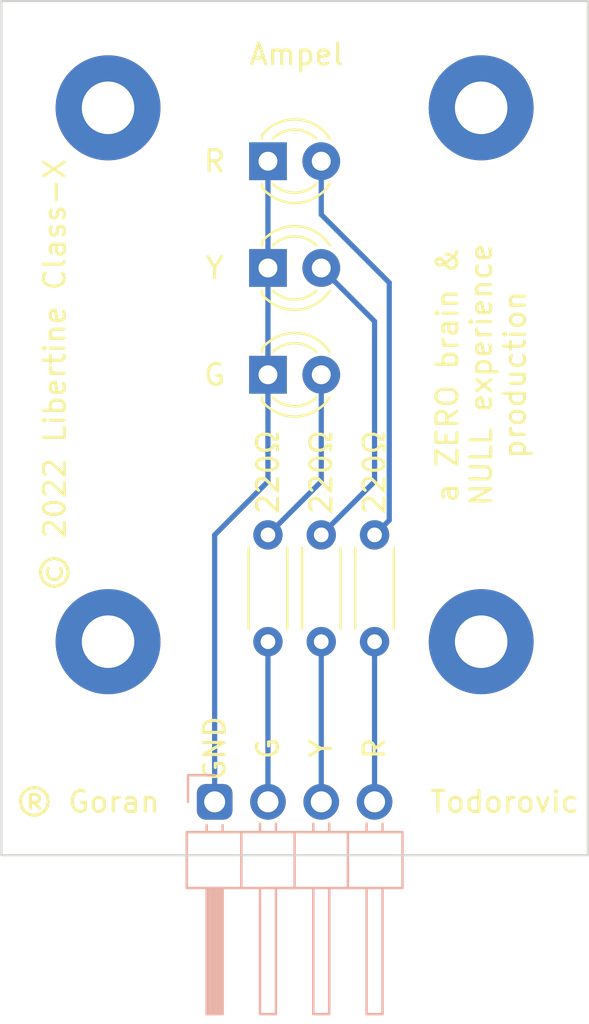
<source format=kicad_pcb>
(kicad_pcb (version 20211014) (generator pcbnew)
  (layers (0 "F.Cu" signal) (31 "B.Cu" signal) (34 "B.Paste" user) (35 "F.Paste" user) (36 "B.SilkS" user "B.Silkscreen") (37 "F.SilkS" user "F.Silkscreen") (38 "B.Mask" user) (39 "F.Mask" user) (44 "Edge.Cuts" user))
  (net 0 "")
  (net 1 "Net-(D1-Pad1)")
  (net 2 "Net-(D1-Pad2)")
  (net 3 "Net-(D2-Pad2)")
  (net 4 "Net-(D3-Pad2)")
  (net 5 "Net-(J1-Pad2)")
  (net 6 "Net-(J1-Pad3)")
  (net 7 "Net-(J1-Pad4)")
  (footprint "MountingHole:MountingHole_2.5mm_Pad" (layer "F.Cu") (at 149.86 83.82)
    (fp_text reference "H4" hide)
    (fp_text value "MountingHole")
    (pad "1" thru_hole circle (at 0 0) (size 5 5) (drill 2.5) (layers *.Cu *.Mask))
  )
  (footprint "Resistor_THT:R_Axial_DIN0204_L3.6mm_D1.6mm_P5.08mm_Horizontal" (layer "F.Cu") (at 139.7 83.82 90)
    (fp_text reference "220Ω" (at 10.16 0 90) (layer "F.SilkS") (effects (justify right)))
    (fp_text value "R" hide)
    (fp_line (start 0.62 -0.92) (end 4.46 -0.92) (layer "F.SilkS") (width 0.12))
    (fp_line (start 0.62 0.92) (end 4.46 0.92) (layer "F.SilkS") (width 0.12))
    (pad "1" thru_hole circle (at 0 0 90) (size 1.4 1.4) (drill 0.7) (layers *.Cu *.Mask) (net 5 "Net-(J1-Pad2)"))
    (pad "2" thru_hole oval (at 5.08 0 90) (size 1.4 1.4) (drill 0.7) (layers *.Cu *.Mask) (net 2 "Net-(D1-Pad2)"))
  )
  (footprint "Resistor_THT:R_Axial_DIN0204_L3.6mm_D1.6mm_P5.08mm_Horizontal" (layer "F.Cu") (at 142.24 83.82 90)
    (fp_text reference "220Ω" (at 10.16 0 90) (layer "F.SilkS") (effects (justify right)))
    (fp_text value "R" hide)
    (fp_line (start 0.62 0.92) (end 4.46 0.92) (layer "F.SilkS") (width 0.12))
    (fp_line (start 0.62 -0.92) (end 4.46 -0.92) (layer "F.SilkS") (width 0.12))
    (pad "1" thru_hole circle (at 0 0 90) (size 1.4 1.4) (drill 0.7) (layers *.Cu *.Mask) (net 6 "Net-(J1-Pad3)"))
    (pad "2" thru_hole oval (at 5.08 0 90) (size 1.4 1.4) (drill 0.7) (layers *.Cu *.Mask) (net 3 "Net-(D2-Pad2)"))
  )
  (footprint "MountingHole:MountingHole_2.5mm_Pad" (layer "F.Cu") (at 149.86 58.42)
    (fp_text reference "H2" hide)
    (fp_text value "MountingHole")
    (pad "1" thru_hole circle (at 0 0) (size 5 5) (drill 2.5) (layers *.Cu *.Mask))
  )
  (footprint "LED_THT:LED_D3.0mm" (layer "F.Cu") (at 139.7 60.96)
    (fp_text reference "R" (at -2.54 0) (layer "F.SilkS"))
    (fp_text value "LED")
    (fp_line (start -0.29 1.08) (end -0.29 1.236) (layer "F.SilkS") (width 0.12))
    (fp_line (start -0.29 -1.236) (end -0.29 -1.08) (layer "F.SilkS") (width 0.12))
    (fp_arc (start 0.229039 -1.08) (mid 1.270117 -1.5) (end 2.31113 -1.079837) (layer "F.SilkS") (width 0.12))
    (fp_arc (start 2.942335 1.078608) (mid 1.366487 1.987659) (end -0.29 1.235516) (layer "F.SilkS") (width 0.12))
    (fp_arc (start -0.29 -1.235516) (mid 1.366487 -1.987659) (end 2.942335 -1.078608) (layer "F.SilkS") (width 0.12))
    (fp_arc (start 2.31113 1.079837) (mid 1.270117 1.5) (end 0.229039 1.08) (layer "F.SilkS") (width 0.12))
    (pad "1" thru_hole rect (at 0 0) (size 1.8 1.8) (drill 0.9) (layers *.Cu *.Mask) (net 1 "Net-(D1-Pad1)"))
    (pad "2" thru_hole circle (at 2.54 0) (size 1.8 1.8) (drill 0.9) (layers *.Cu *.Mask) (net 4 "Net-(D3-Pad2)"))
  )
  (footprint "Resistor_THT:R_Axial_DIN0204_L3.6mm_D1.6mm_P5.08mm_Horizontal" (layer "F.Cu") (at 144.78 83.82 90)
    (fp_text reference "220Ω" (at 10.16 0 90) (layer "F.SilkS") (effects (justify right)))
    (fp_text value "R" hide)
    (fp_line (start 0.62 0.92) (end 4.46 0.92) (layer "F.SilkS") (width 0.12))
    (fp_line (start 0.62 -0.92) (end 4.46 -0.92) (layer "F.SilkS") (width 0.12))
    (pad "1" thru_hole circle (at 0 0 90) (size 1.4 1.4) (drill 0.7) (layers *.Cu *.Mask) (net 7 "Net-(J1-Pad4)"))
    (pad "2" thru_hole oval (at 5.08 0 90) (size 1.4 1.4) (drill 0.7) (layers *.Cu *.Mask) (net 4 "Net-(D3-Pad2)"))
  )
  (footprint "LED_THT:LED_D3.0mm" (layer "F.Cu") (at 139.7 71.12)
    (fp_text reference "G" (at -2.54 0) (layer "F.SilkS"))
    (fp_text value "LED")
    (fp_line (start -0.29 -1.236) (end -0.29 -1.08) (layer "F.SilkS") (width 0.12))
    (fp_line (start -0.29 1.08) (end -0.29 1.236) (layer "F.SilkS") (width 0.12))
    (fp_arc (start -0.29 -1.235516) (mid 1.366487 -1.987659) (end 2.942335 -1.078608) (layer "F.SilkS") (width 0.12))
    (fp_arc (start 2.31113 1.079837) (mid 1.270117 1.5) (end 0.229039 1.08) (layer "F.SilkS") (width 0.12))
    (fp_arc (start 2.942335 1.078608) (mid 1.366487 1.987659) (end -0.29 1.235516) (layer "F.SilkS") (width 0.12))
    (fp_arc (start 0.229039 -1.08) (mid 1.270117 -1.5) (end 2.31113 -1.079837) (layer "F.SilkS") (width 0.12))
    (pad "1" thru_hole rect (at 0 0) (size 1.8 1.8) (drill 0.9) (layers *.Cu *.Mask) (net 1 "Net-(D1-Pad1)"))
    (pad "2" thru_hole circle (at 2.54 0) (size 1.8 1.8) (drill 0.9) (layers *.Cu *.Mask) (net 2 "Net-(D1-Pad2)"))
  )
  (footprint "LED_THT:LED_D3.0mm" (layer "F.Cu") (at 139.7 66.04)
    (fp_text reference "Y" (at -2.54 0) (layer "F.SilkS"))
    (fp_text value "LED")
    (fp_line (start -0.29 -1.236) (end -0.29 -1.08) (layer "F.SilkS") (width 0.12))
    (fp_line (start -0.29 1.08) (end -0.29 1.236) (layer "F.SilkS") (width 0.12))
    (fp_arc (start 2.31113 1.079837) (mid 1.270117 1.5) (end 0.229039 1.08) (layer "F.SilkS") (width 0.12))
    (fp_arc (start 2.942335 1.078608) (mid 1.366487 1.987659) (end -0.29 1.235516) (layer "F.SilkS") (width 0.12))
    (fp_arc (start -0.29 -1.235516) (mid 1.366487 -1.987659) (end 2.942335 -1.078608) (layer "F.SilkS") (width 0.12))
    (fp_arc (start 0.229039 -1.08) (mid 1.270117 -1.5) (end 2.31113 -1.079837) (layer "F.SilkS") (width 0.12))
    (pad "1" thru_hole rect (at 0 0) (size 1.8 1.8) (drill 0.9) (layers *.Cu *.Mask) (net 1 "Net-(D1-Pad1)"))
    (pad "2" thru_hole circle (at 2.54 0) (size 1.8 1.8) (drill 0.9) (layers *.Cu *.Mask) (net 3 "Net-(D2-Pad2)"))
  )
  (footprint "MountingHole:MountingHole_2.5mm_Pad" (layer "F.Cu") (at 132.08 83.82)
    (fp_text reference "H3" hide)
    (fp_text value "MountingHole")
    (pad "1" thru_hole circle (at 0 0) (size 5 5) (drill 2.5) (layers *.Cu *.Mask))
  )
  (footprint "MountingHole:MountingHole_2.5mm_Pad" (layer "F.Cu") (at 132.08 58.42)
    (fp_text reference "H1" hide)
    (fp_text value "MountingHole")
    (pad "1" thru_hole circle (at 0 0) (size 5 5) (drill 2.5) (layers *.Cu *.Mask))
  )
  (footprint "Connector_PinHeader_2.54mm:PinHeader_1x04_P2.54mm_Horizontal" (layer "B.Cu") (at 137.16 91.44 -90)
    (fp_text reference "J1" hide)
    (fp_text value "Conn_01x04" hide)
    (fp_line (start 1.042929 -2.16) (end 1.44 -2.16) (layer "B.SilkS") (width 0.12))
    (fp_line (start 4.1 -7.24) (end 10.1 -7.24) (layer "B.SilkS") (width 0.12))
    (fp_line (start 1.042929 -8) (end 1.44 -8) (layer "B.SilkS") (width 0.12))
    (fp_line (start 1.44 1.33) (end 1.44 -8.95) (layer "B.SilkS") (width 0.12))
    (fp_line (start 4.1 1.33) (end 1.44 1.33) (layer "B.SilkS") (width 0.12))
    (fp_line (start 1.44 -1.27) (end 4.1 -1.27) (layer "B.SilkS") (width 0.12))
    (fp_line (start 1.44 -6.35) (end 4.1 -6.35) (layer "B.SilkS") (width 0.12))
    (fp_line (start 10.1 -2.16) (end 10.1 -2.92) (layer "B.SilkS") (width 0.12))
    (fp_line (start -1.27 1.27) (end 0 1.27) (layer "B.SilkS") (width 0.12))
    (fp_line (start 1.042929 -5.46) (end 1.44 -5.46) (layer "B.SilkS") (width 0.12))
    (fp_line (start 4.1 -2.16) (end 10.1 -2.16) (layer "B.SilkS") (width 0.12))
    (fp_line (start -1.27 0) (end -1.27 1.27) (layer "B.SilkS") (width 0.12))
    (fp_line (start 10.1 -4.7) (end 10.1 -5.46) (layer "B.SilkS") (width 0.12))
    (fp_line (start 4.1 -0.16) (end 10.1 -0.16) (layer "B.SilkS") (width 0.12))
    (fp_line (start 1.44 -8.95) (end 4.1 -8.95) (layer "B.SilkS") (width 0.12))
    (fp_line (start 4.1 -0.04) (end 10.1 -0.04) (layer "B.SilkS") (width 0.12))
    (fp_line (start 4.1 0.32) (end 10.1 0.32) (layer "B.SilkS") (width 0.12))
    (fp_line (start 4.1 0.2) (end 10.1 0.2) (layer "B.SilkS") (width 0.12))
    (fp_line (start 4.1 0.08) (end 10.1 0.08) (layer "B.SilkS") (width 0.12))
    (fp_line (start 1.11 0.38) (end 1.44 0.38) (layer "B.SilkS") (width 0.12))
    (fp_line (start 10.1 -7.24) (end 10.1 -8) (layer "B.SilkS") (width 0.12))
    (fp_line (start 4.1 0.38) (end 10.1 0.38) (layer "B.SilkS") (width 0.12))
    (fp_line (start 10.1 -2.92) (end 4.1 -2.92) (layer "B.SilkS") (width 0.12))
    (fp_line (start 1.44 -3.81) (end 4.1 -3.81) (layer "B.SilkS") (width 0.12))
    (fp_line (start 4.1 -4.7) (end 10.1 -4.7) (layer "B.SilkS") (width 0.12))
    (fp_line (start 10.1 -0.38) (end 4.1 -0.38) (layer "B.SilkS") (width 0.12))
    (fp_line (start 1.042929 -2.92) (end 1.44 -2.92) (layer "B.SilkS") (width 0.12))
    (fp_line (start 10.1 -8) (end 4.1 -8) (layer "B.SilkS") (width 0.12))
    (fp_line (start 1.042929 -7.24) (end 1.44 -7.24) (layer "B.SilkS") (width 0.12))
    (fp_line (start 1.11 -0.38) (end 1.44 -0.38) (layer "B.SilkS") (width 0.12))
    (fp_line (start 10.1 -5.46) (end 4.1 -5.46) (layer "B.SilkS") (width 0.12))
    (fp_line (start 4.1 -8.95) (end 4.1 1.33) (layer "B.SilkS") (width 0.12))
    (fp_line (start 10.1 0.38) (end 10.1 -0.38) (layer "B.SilkS") (width 0.12))
    (fp_line (start 4.1 -0.28) (end 10.1 -0.28) (layer "B.SilkS") (width 0.12))
    (fp_line (start 1.042929 -4.7) (end 1.44 -4.7) (layer "B.SilkS") (width 0.12))
    (pad "1" thru_hole roundrect (at 0 0 270) (size 1.7 1.7) (drill 1) (layers *.Cu *.Mask) (net 1 "Net-(D1-Pad1)"))
    (pad "2" thru_hole oval (at 0 -2.54 270) (size 1.7 1.7) (drill 1) (layers *.Cu *.Mask) (net 5 "Net-(J1-Pad2)"))
    (pad "3" thru_hole oval (at 0 -5.08 270) (size 1.7 1.7) (drill 1) (layers *.Cu *.Mask) (net 6 "Net-(J1-Pad3)"))
    (pad "4" thru_hole oval (at 0 -7.62 270) (size 1.7 1.7) (drill 1) (layers *.Cu *.Mask) (net 7 "Net-(J1-Pad4)"))
  )
  (gr_rect (start 127 53.34) (end 154.94 93.98) (layer "Edge.Cuts") (width 0.1) (fill none))
  (gr_text "© 2022 Libertine Class-X" (at 129.54 71.12 90) (layer "F.SilkS") (effects (font (size 1 1))))
  (gr_text "a ZERO brain &\nNULL experience\nproduction" (at 149.86 71.12 90) (layer "F.SilkS") (effects (font (size 1 1))))
  (gr_text "Todorovic" (at 147.32 91.44) (layer "F.SilkS") (effects (font (size 1 1)) (justify left)))
  (gr_text "G" (at 139.7 88.9 90) (layer "F.SilkS") (effects (font (size 1 1))))
  (gr_text "Ampel" (at 141.066487 55.88) (layer "F.SilkS") (effects (font (size 1 1))))
  (gr_text "® Goran" (at 134.62 91.44) (layer "F.SilkS") (effects (font (size 1 1)) (justify right)))
  (gr_text "R" (at 144.78 88.9 90) (layer "F.SilkS") (effects (font (size 1 1))))
  (gr_text "GND" (at 137.16 88.9 90) (layer "F.SilkS") (effects (font (size 1 1))))
  (gr_text "Y" (at 142.24 88.9 90) (layer "F.SilkS") (effects (font (size 1 1))))
  (segment (start 137.16 91.44) (end 137.16 78.74) (width 0.25) (layer "B.Cu") (net 1))
  (segment (start 137.16 78.74) (end 139.7 76.2) (width 0.25) (layer "B.Cu") (net 1))
  (segment (start 139.7 60.96) (end 139.7 71.12) (width 0.25) (layer "B.Cu") (net 1))
  (segment (start 139.7 76.2) (end 139.7 71.12) (width 0.25) (layer "B.Cu") (net 1))
  (segment (start 139.7 78.74) (end 142.24 76.2) (width 0.25) (layer "B.Cu") (net 2))
  (segment (start 142.24 76.2) (end 142.24 71.12) (width 0.25) (layer "B.Cu") (net 2))
  (segment (start 144.78 68.58) (end 142.24 66.04) (width 0.25) (layer "B.Cu") (net 3))
  (segment (start 144.78 76.2) (end 144.78 68.58) (width 0.25) (layer "B.Cu") (net 3))
  (segment (start 142.24 78.74) (end 144.78 76.2) (width 0.25) (layer "B.Cu") (net 3))
  (segment (start 144.78 78.74) (end 145.48 78.04) (width 0.25) (layer "B.Cu") (net 4))
  (segment (start 145.48 78.04) (end 145.48 66.74) (width 0.25) (layer "B.Cu") (net 4))
  (segment (start 144.78 66.04) (end 142.24 63.5) (width 0.25) (layer "B.Cu") (net 4))
  (segment (start 145.48 66.74) (end 144.78 66.04) (width 0.25) (layer "B.Cu") (net 4))
  (segment (start 142.24 63.5) (end 142.24 60.96) (width 0.25) (layer "B.Cu") (net 4))
  (segment (start 139.7 83.82) (end 139.7 91.44) (width 0.25) (layer "B.Cu") (net 5))
  (segment (start 142.24 83.82) (end 142.24 91.44) (width 0.25) (layer "B.Cu") (net 6))
  (segment (start 144.78 83.82) (end 144.78 91.44) (width 0.25) (layer "B.Cu") (net 7))
)
</source>
